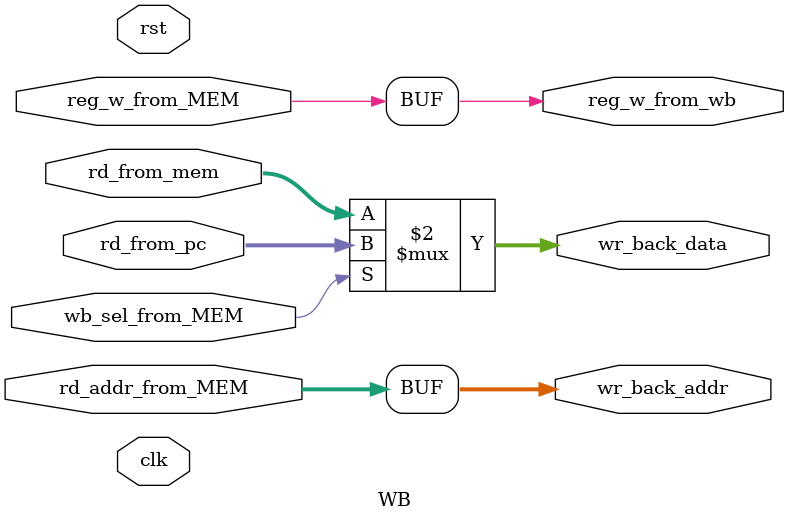
<source format=sv>
module WB(
	input clk, rst,
	input reg_w_from_MEM, wb_sel_from_MEM,

	input [31:0] rd_from_pc, rd_from_mem,
	input [4:0] rd_addr_from_MEM,

	output logic [31:0] wr_back_data,
	output logic [4:0]  wr_back_addr,
	output logic reg_w_from_wb
);


always_comb begin
	wr_back_data = (wb_sel_from_MEM)? rd_from_pc : rd_from_mem;
	wr_back_addr = rd_addr_from_MEM;
	reg_w_from_wb = reg_w_from_MEM;
end


endmodule
</source>
